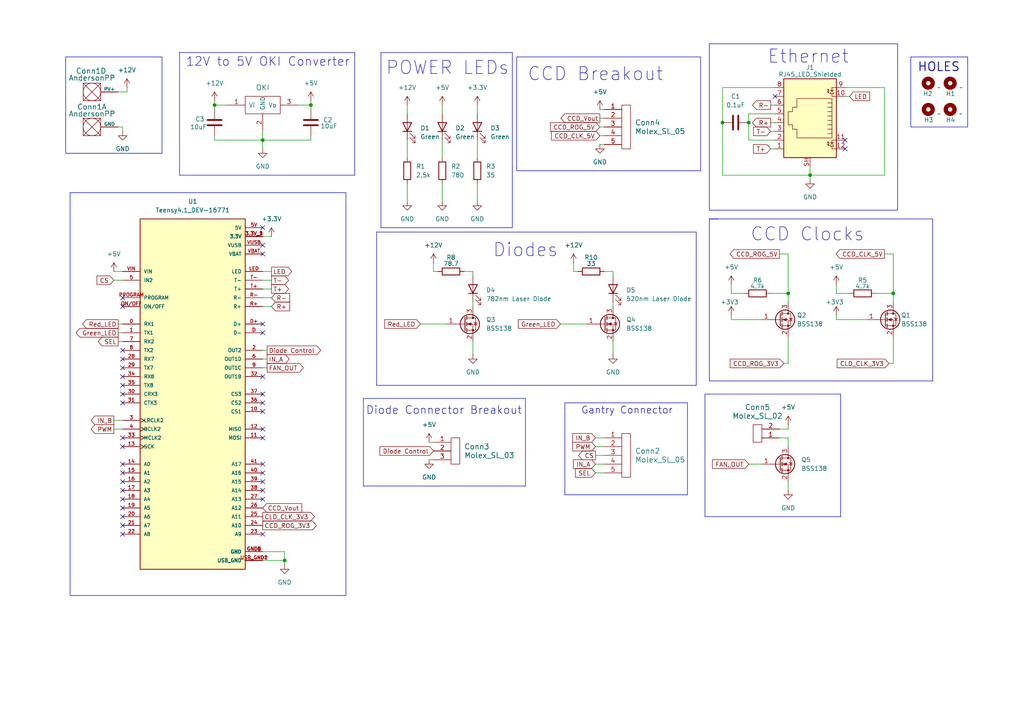
<source format=kicad_sch>
(kicad_sch (version 20231120) (generator "eeschema") (generator_version "8.0")
  (paper "A4")
  (lib_symbols
    (symbol "+12V_1" (power) (pin_numbers hide) (pin_names (offset 0) hide)
      (property "Value" "+12V" (at 0 3.556 0))
      (symbol "+12V_1_0_1"
        (polyline (pts (xy -0.762 1.27) (xy 0 2.54)))
        (polyline (pts (xy 0 0) (xy 0 2.54)))
        (polyline (pts (xy 0 2.54) (xy 0.762 1.27)))
      )
      (symbol "+12V_1_1_1"
        (pin power_in line (at 0 0 90) (length 0) (name "~") (number "1"))
      )
    )
    (symbol "+12V_2" (power) (pin_numbers hide) (pin_names (offset 0) hide)
      (property "Value" "+12V" (at 0 3.556 0))
      (symbol "+12V_2_0_1"
        (polyline (pts (xy -0.762 1.27) (xy 0 2.54)))
        (polyline (pts (xy 0 0) (xy 0 2.54)))
        (polyline (pts (xy 0 2.54) (xy 0.762 1.27)))
      )
      (symbol "+12V_2_1_1"
        (pin power_in line (at 0 0 90) (length 0) (name "~") (number "1"))
      )
    )
    (symbol "+12V_3" (power) (pin_numbers hide) (pin_names (offset 0) hide)
      (property "Value" "+12V" (at 0 3.556 0))
      (symbol "+12V_3_0_1"
        (polyline (pts (xy -0.762 1.27) (xy 0 2.54)))
        (polyline (pts (xy 0 0) (xy 0 2.54)))
        (polyline (pts (xy 0 2.54) (xy 0.762 1.27)))
      )
      (symbol "+12V_3_1_1"
        (pin power_in line (at 0 0 90) (length 0) (name "~") (number "1"))
      )
    )
    (symbol "Connector:RJ45_LED_Shielded" (pin_names (offset 1.016))
      (property "Reference" "J" (at -5.08 13.97 0))
      (property "Value" "RJ45_LED_Shielded" (at 1.27 13.97 0))
      (symbol "RJ45_LED_Shielded_0_1"
        (polyline (pts (xy -7.62 -7.62) (xy -6.35 -7.62)))
        (polyline (pts (xy -7.62 -5.08) (xy -6.35 -5.08)))
        (polyline (pts (xy -7.62 7.62) (xy -6.35 7.62)))
        (polyline (pts (xy -7.62 10.16) (xy -6.35 10.16)))
        (polyline (pts (xy -6.858 -5.842) (xy -5.842 -5.842)))
        (polyline (pts (xy -6.858 9.398) (xy -5.842 9.398)))
        (polyline (pts (xy -6.35 -7.62) (xy -6.35 -6.858)))
        (polyline (pts (xy -6.35 -5.08) (xy -6.35 -5.842)))
        (polyline (pts (xy -6.35 7.62) (xy -6.35 8.382)))
        (polyline (pts (xy -6.35 10.16) (xy -6.35 9.398)))
        (polyline (pts (xy -5.08 -6.223) (xy -5.207 -6.604)))
        (polyline (pts (xy -5.08 -5.588) (xy -5.207 -5.969)))
        (polyline (pts (xy -5.08 4.445) (xy -6.35 4.445)))
        (polyline (pts (xy -5.08 5.715) (xy -6.35 5.715)))
        (polyline (pts (xy -5.08 9.017) (xy -5.207 8.636)))
        (polyline (pts (xy -5.08 9.652) (xy -5.207 9.271)))
        (polyline (pts (xy -6.35 -3.175) (xy -5.08 -3.175) (xy -5.08 -3.175)))
        (polyline (pts (xy -6.35 -1.905) (xy -5.08 -1.905) (xy -5.08 -1.905)))
        (polyline (pts (xy -6.35 -0.635) (xy -5.08 -0.635) (xy -5.08 -0.635)))
        (polyline (pts (xy -6.35 0.635) (xy -5.08 0.635) (xy -5.08 0.635)))
        (polyline (pts (xy -6.35 1.905) (xy -5.08 1.905) (xy -5.08 1.905)))
        (polyline (pts (xy -5.588 -6.731) (xy -5.08 -6.223) (xy -5.461 -6.35)))
        (polyline (pts (xy -5.588 -6.096) (xy -5.08 -5.588) (xy -5.461 -5.715)))
        (polyline (pts (xy -5.588 8.509) (xy -5.08 9.017) (xy -5.461 8.89)))
        (polyline (pts (xy -5.588 9.144) (xy -5.08 9.652) (xy -5.461 9.525)))
        (polyline (pts (xy -5.08 3.175) (xy -6.35 3.175) (xy -6.35 3.175)))
        (polyline (pts (xy -6.35 -5.842) (xy -6.858 -6.858) (xy -5.842 -6.858) (xy -6.35 -5.842)))
        (polyline (pts (xy -6.35 9.398) (xy -6.858 8.382) (xy -5.842 8.382) (xy -6.35 9.398)))
        (polyline (pts (xy -6.35 -4.445) (xy -6.35 6.985) (xy 3.81 6.985) (xy 3.81 4.445) (xy 5.08 4.445) (xy 5.08 3.175) (xy 6.35 3.175) (xy 6.35 -0.635) (xy 5.08 -0.635) (xy 5.08 -1.905) (xy 3.81 -1.905) (xy 3.81 -4.445) (xy -6.35 -4.445) (xy -6.35 -4.445)))
        (rectangle (start 7.62 12.7) (end -7.62 -10.16) (stroke (width 0.254)) (fill (type background)))
      )
      (symbol "RJ45_LED_Shielded_1_1"
        (pin passive line (at 10.16 -7.62 180) (length 2.54) (name "~") (number "1"))
        (pin passive line (at -10.16 7.62 0) (length 2.54) (name "~") (number "10"))
        (pin passive line (at -10.16 -5.08 0) (length 2.54) (name "~") (number "11"))
        (pin passive line (at -10.16 -7.62 0) (length 2.54) (name "~") (number "12"))
        (pin passive line (at 10.16 -5.08 180) (length 2.54) (name "~") (number "2"))
        (pin passive line (at 10.16 -2.54 180) (length 2.54) (name "~") (number "3"))
        (pin passive line (at 10.16 0 180) (length 2.54) (name "~") (number "4"))
        (pin passive line (at 10.16 2.54 180) (length 2.54) (name "~") (number "5"))
        (pin passive line (at 10.16 5.08 180) (length 2.54) (name "~") (number "6"))
        (pin passive line (at 10.16 7.62 180) (length 2.54) (name "~") (number "7"))
        (pin passive line (at 10.16 10.16 180) (length 2.54) (name "~") (number "8"))
        (pin passive line (at -10.16 10.16 0) (length 2.54) (name "~") (number "9"))
        (pin passive line (at 0 -12.7 90) (length 2.54) (name "~") (number "SH"))
      )
    )
    (symbol "Device:C" (pin_numbers hide) (pin_names (offset 0.254))
      (property "Reference" "C" (at 0.635 2.54 0))
      (property "Value" "C" (at 0.635 -2.54 0))
      (symbol "C_0_1"
        (polyline (pts (xy -2.032 -0.762) (xy 2.032 -0.762)) (stroke (width 0.508)))
        (polyline (pts (xy -2.032 0.762) (xy 2.032 0.762)) (stroke (width 0.508)))
      )
      (symbol "C_1_1"
        (pin passive line (at 0 3.81 270) (length 2.794) (name "~") (number "1"))
        (pin passive line (at 0 -3.81 90) (length 2.794) (name "~") (number "2"))
      )
    )
    (symbol "Device:LED" (pin_numbers hide) (pin_names (offset 1.016) hide)
      (property "Reference" "D" (at 0 2.54 0))
      (property "Value" "LED" (at 0 -2.54 0))
      (symbol "LED_0_1"
        (polyline (pts (xy -1.27 -1.27) (xy -1.27 1.27)) (stroke (width 0.254)))
        (polyline (pts (xy -1.27 0) (xy 1.27 0)))
        (polyline (pts (xy 1.27 -1.27) (xy 1.27 1.27) (xy -1.27 0) (xy 1.27 -1.27)) (stroke (width 0.254)))
        (polyline (pts (xy -3.048 -0.762) (xy -4.572 -2.286) (xy -3.81 -2.286) (xy -4.572 -2.286) (xy -4.572 -1.524)))
        (polyline (pts (xy -1.778 -0.762) (xy -3.302 -2.286) (xy -2.54 -2.286) (xy -3.302 -2.286) (xy -3.302 -1.524)))
      )
      (symbol "LED_1_1"
        (pin passive line (at -3.81 0 0) (length 2.54) (name "K") (number "1"))
        (pin passive line (at 3.81 0 180) (length 2.54) (name "A") (number "2"))
      )
    )
    (symbol "Device:R" (pin_numbers hide) (pin_names (offset 0))
      (property "Reference" "R" (at 2.032 0 90))
      (property "Value" "R" (at 0 0 90))
      (symbol "R_0_1"
        (rectangle (start -1.016 -2.54) (end 1.016 2.54) (stroke (width 0.254)))
      )
      (symbol "R_1_1"
        (pin passive line (at 0 3.81 270) (length 1.27) (name "~") (number "1"))
        (pin passive line (at 0 -3.81 90) (length 1.27) (name "~") (number "2"))
      )
    )
    (symbol "GND_1" (power) (pin_numbers hide) (pin_names (offset 0) hide)
      (property "Value" "GND" (at 0 -3.81 0))
      (symbol "GND_1_0_1"
        (polyline (pts (xy 0 0) (xy 0 -1.27) (xy 1.27 -1.27) (xy 0 -2.54) (xy -1.27 -1.27) (xy 0 -1.27)))
      )
      (symbol "GND_1_1_1"
        (pin power_in line (at 0 0 270) (length 0) (name "~") (number "1"))
      )
    )
    (symbol "GND_2" (power) (pin_numbers hide) (pin_names (offset 0) hide)
      (property "Value" "GND" (at 0 -3.81 0))
      (symbol "GND_2_0_1"
        (polyline (pts (xy 0 0) (xy 0 -1.27) (xy 1.27 -1.27) (xy 0 -2.54) (xy -1.27 -1.27) (xy 0 -1.27)))
      )
      (symbol "GND_2_1_1"
        (pin power_in line (at 0 0 270) (length 0) (name "~") (number "1"))
      )
    )
    (symbol "GND_3" (power) (pin_numbers hide) (pin_names (offset 0) hide)
      (property "Value" "GND" (at 0 -3.81 0))
      (symbol "GND_3_0_1"
        (polyline (pts (xy 0 0) (xy 0 -1.27) (xy 1.27 -1.27) (xy 0 -2.54) (xy -1.27 -1.27) (xy 0 -1.27)))
      )
      (symbol "GND_3_1_1"
        (pin power_in line (at 0 0 270) (length 0) (name "~") (number "1"))
      )
    )
    (symbol "GND_4" (power) (pin_numbers hide) (pin_names (offset 0) hide)
      (property "Value" "GND" (at 0 -3.81 0))
      (symbol "GND_4_0_1"
        (polyline (pts (xy 0 0) (xy 0 -1.27) (xy 1.27 -1.27) (xy 0 -2.54) (xy -1.27 -1.27) (xy 0 -1.27)))
      )
      (symbol "GND_4_1_1"
        (pin power_in line (at 0 0 270) (length 0) (name "~") (number "1"))
      )
    )
    (symbol "MRDT_Connectors:AndersonPP" (pin_numbers hide) (pin_names (offset 0))
      (property "Reference" "Conn" (at 3.81 -1.27 0))
      (property "Value" "AndersonPP" (at 2.54 6.35 0))
      (symbol "AndersonPP_0_1"
        (polyline (pts (xy 0 5.08) (xy 5.08 0)))
        (polyline (pts (xy 5.08 5.08) (xy 0 0)))
        (rectangle (start 0 0) (end 5.08 5.08))
        (circle (center 2.54 2.54) (radius 2.54))
      )
      (symbol "AndersonPP_1_1"
        (pin input line (at 10.16 2.54 180) (length 5.08) (name "GND") (number "1"))
      )
      (symbol "AndersonPP_2_1"
        (pin input line (at 10.16 2.54 180) (length 5.08) (name "V+Log") (number "2"))
      )
      (symbol "AndersonPP_3_1"
        (pin input line (at 10.16 2.54 180) (length 5.08) (name "V+Act") (number "3"))
      )
      (symbol "AndersonPP_4_1"
        (pin input line (at 10.16 2.54 180) (length 5.08) (name "PV+") (number "4"))
      )
      (symbol "AndersonPP_5_1"
        (pin input line (at 10.16 2.54 180) (length 5.08) (name "~") (number "1"))
      )
    )
    (symbol "MRDT_Connectors:Molex_SL_02" (pin_names (offset 1.016))
      (property "Reference" "Conn" (at 3.81 -1.27 0))
      (property "Value" "Molex_SL_02" (at 1.27 6.35 0))
      (symbol "Molex_SL_02_0_1"
        (rectangle (start 0 5.08) (end 2.54 0))
      )
      (symbol "Molex_SL_02_1_1"
        (pin input line (at -5.08 3.81 0) (length 5.08) (name "~") (number "1"))
        (pin input line (at -5.08 1.27 0) (length 5.08) (name "~") (number "2"))
      )
    )
    (symbol "MRDT_Connectors:Molex_SL_03" (pin_names (offset 1.016))
      (property "Reference" "Conn" (at 3.81 -1.27 0))
      (property "Value" "Molex_SL_03" (at 1.27 8.89 0))
      (symbol "Molex_SL_03_0_1"
        (rectangle (start 0 7.62) (end 2.54 0))
      )
      (symbol "Molex_SL_03_1_1"
        (pin input line (at -5.08 6.35 0) (length 5.08) (name "~") (number "1"))
        (pin input line (at -5.08 3.81 0) (length 5.08) (name "~") (number "2"))
        (pin input line (at -5.08 1.27 0) (length 5.08) (name "~") (number "3"))
      )
    )
    (symbol "MRDT_Connectors:Molex_SL_05" (pin_names (offset 1.016))
      (property "Reference" "Conn" (at 3.81 -1.27 0))
      (property "Value" "Molex_SL_05" (at 1.27 13.97 0))
      (symbol "Molex_SL_05_0_1"
        (rectangle (start 0 12.7) (end 2.54 0))
      )
      (symbol "Molex_SL_05_1_1"
        (pin input line (at -5.08 11.43 0) (length 5.08) (name "~") (number "1"))
        (pin input line (at -5.08 8.89 0) (length 5.08) (name "~") (number "2"))
        (pin input line (at -5.08 6.35 0) (length 5.08) (name "~") (number "3"))
        (pin input line (at -5.08 3.81 0) (length 5.08) (name "~") (number "4"))
        (pin input line (at -5.08 1.27 0) (length 5.08) (name "~") (number "5"))
      )
    )
    (symbol "MRDT_Devices:OKI" (pin_names (offset 1.016))
      (property "Value" "OKI" (at 5.08 6.35 0))
      (symbol "OKI_0_1"
        (rectangle (start 0 0) (end 10.16 5.08))
      )
      (symbol "OKI_1_1"
        (pin input line (at -5.08 2.54 0) (length 5.08) (name "Vi") (number "1"))
        (pin output line (at 5.08 -5.08 90) (length 5.08) (name "GND") (number "2"))
        (pin output line (at 15.24 2.54 180) (length 5.08) (name "Vo") (number "3"))
      )
    )
    (symbol "MRDT_Shields:Teensy4.1_DEV-16771" (pin_names (offset 1.016))
      (property "Reference" "U" (at -15.24 52.07 0))
      (property "Value" "Teensy4.1_DEV-16771" (at -15.24 -53.34 0))
      (symbol "Teensy4.1_DEV-16771_0_0"
        (rectangle (start -15.24 -50.8) (end 15.24 50.8) (stroke (width 0.254)) (fill (type background)))
        (pin bidirectional line (at -20.32 20.32 0) (length 5.08) (name "RX1") (number "0"))
        (pin bidirectional line (at -20.32 17.78 0) (length 5.08) (name "TX1") (number "1"))
        (pin bidirectional line (at 20.32 -5.08 180) (length 5.08) (name "CS1") (number "10"))
        (pin bidirectional line (at 20.32 -12.7 180) (length 5.08) (name "MOSI") (number "11"))
        (pin bidirectional line (at 20.32 -10.16 180) (length 5.08) (name "MISO") (number "12"))
        (pin bidirectional clock (at -20.32 -15.24 0) (length 5.08) (name "SCK") (number "13"))
        (pin bidirectional line (at -20.32 -20.32 0) (length 5.08) (name "A0") (number "14"))
        (pin bidirectional line (at -20.32 -22.86 0) (length 5.08) (name "A1") (number "15"))
        (pin bidirectional line (at -20.32 -25.4 0) (length 5.08) (name "A2") (number "16"))
        (pin bidirectional line (at -20.32 -27.94 0) (length 5.08) (name "A3") (number "17"))
        (pin bidirectional line (at -20.32 -30.48 0) (length 5.08) (name "A4") (number "18"))
        (pin bidirectional line (at -20.32 -33.02 0) (length 5.08) (name "A5") (number "19"))
        (pin output line (at 20.32 12.7 180) (length 5.08) (name "OUT2") (number "2"))
        (pin bidirectional line (at -20.32 -35.56 0) (length 5.08) (name "A6") (number "20"))
        (pin bidirectional line (at -20.32 -38.1 0) (length 5.08) (name "A7") (number "21"))
        (pin bidirectional line (at -20.32 -40.64 0) (length 5.08) (name "A8") (number "22"))
        (pin bidirectional line (at 20.32 -40.64 180) (length 5.08) (name "A9") (number "23"))
        (pin bidirectional line (at 20.32 -38.1 180) (length 5.08) (name "A10") (number "24"))
        (pin bidirectional line (at 20.32 -35.56 180) (length 5.08) (name "A11") (number "25"))
        (pin bidirectional line (at 20.32 -33.02 180) (length 5.08) (name "A12") (number "26"))
        (pin bidirectional line (at 20.32 -30.48 180) (length 5.08) (name "A13") (number "27"))
        (pin bidirectional line (at -20.32 10.16 0) (length 5.08) (name "RX7") (number "28"))
        (pin bidirectional line (at -20.32 7.62 0) (length 5.08) (name "TX7") (number "29"))
        (pin bidirectional clock (at -20.32 -7.62 0) (length 5.08) (name "LRCLK2") (number "3"))
        (pin power_in line (at 20.32 45.72 180) (length 5.08) (name "3.3V") (number "3.3V_1"))
        (pin power_in line (at 20.32 45.72 180) (length 5.08) (name "3.3V") (number "3.3V_2"))
        (pin power_in line (at 20.32 45.72 180) (length 5.08) (name "3.3V") (number "3.3V_3"))
        (pin bidirectional line (at -20.32 0 0) (length 5.08) (name "CRX3") (number "30"))
        (pin bidirectional line (at -20.32 -2.54 0) (length 5.08) (name "CTX3") (number "31"))
        (pin output line (at 20.32 5.08 180) (length 5.08) (name "OUT1B") (number "32"))
        (pin bidirectional clock (at -20.32 -12.7 0) (length 5.08) (name "MCLK2") (number "33"))
        (pin bidirectional line (at -20.32 5.08 0) (length 5.08) (name "RX8") (number "34"))
        (pin bidirectional line (at -20.32 2.54 0) (length 5.08) (name "TX8") (number "35"))
        (pin bidirectional line (at 20.32 -2.54 180) (length 5.08) (name "CS2") (number "36"))
        (pin bidirectional line (at 20.32 0 180) (length 5.08) (name "CS3") (number "37"))
        (pin bidirectional line (at 20.32 -27.94 180) (length 5.08) (name "A14") (number "38"))
        (pin bidirectional line (at 20.32 -25.4 180) (length 5.08) (name "A15") (number "39"))
        (pin bidirectional clock (at -20.32 -10.16 0) (length 5.08) (name "BCLK2") (number "4"))
        (pin bidirectional line (at 20.32 -22.86 180) (length 5.08) (name "A16") (number "40"))
        (pin bidirectional line (at 20.32 -20.32 180) (length 5.08) (name "A17") (number "41"))
        (pin bidirectional line (at -20.32 33.02 0) (length 5.08) (name "IN2") (number "5"))
        (pin power_in line (at 20.32 48.26 180) (length 5.08) (name "5V") (number "5V"))
        (pin output line (at 20.32 10.16 180) (length 5.08) (name "OUT1D") (number "6"))
        (pin bidirectional line (at -20.32 15.24 0) (length 5.08) (name "RX2") (number "7"))
        (pin bidirectional line (at -20.32 12.7 0) (length 5.08) (name "TX2") (number "8"))
        (pin output line (at 20.32 7.62 180) (length 5.08) (name "OUT1C") (number "9"))
        (pin bidirectional line (at 20.32 17.78 180) (length 5.08) (name "D-") (number "D"))
        (pin bidirectional line (at 20.32 20.32 180) (length 5.08) (name "D+") (number "D+"))
        (pin power_in line (at 20.32 -45.72 180) (length 5.08) (name "GND") (number "GND1"))
        (pin power_in line (at 20.32 -45.72 180) (length 5.08) (name "GND") (number "GND2"))
        (pin power_in line (at 20.32 -45.72 180) (length 5.08) (name "GND") (number "GND3"))
        (pin power_in line (at 20.32 -45.72 180) (length 5.08) (name "GND") (number "GND4"))
        (pin power_in line (at 20.32 -45.72 180) (length 5.08) (name "GND") (number "GND5"))
        (pin bidirectional line (at 20.32 35.56 180) (length 5.08) (name "LED") (number "LED"))
        (pin bidirectional line (at -20.32 25.4 0) (length 5.08) (name "ON/OFF") (number "ON/OFF"))
        (pin bidirectional line (at -20.32 27.94 0) (length 5.08) (name "PROGRAM") (number "PROGRAM"))
        (pin bidirectional line (at 20.32 25.4 180) (length 5.08) (name "R+") (number "R+"))
        (pin bidirectional line (at 20.32 27.94 180) (length 5.08) (name "R-") (number "R-"))
        (pin bidirectional line (at 20.32 30.48 180) (length 5.08) (name "T+") (number "T+"))
        (pin bidirectional line (at 20.32 33.02 180) (length 5.08) (name "T-") (number "T-"))
        (pin power_in line (at 20.32 -48.26 180) (length 5.08) (name "USB_GND") (number "USB_GND1"))
        (pin power_in line (at 20.32 -48.26 180) (length 5.08) (name "USB_GND") (number "USB_GND2"))
        (pin passive line (at 20.32 40.64 180) (length 5.08) (name "VBAT") (number "VBAT"))
        (pin input line (at -20.32 35.56 0) (length 5.08) (name "VIN") (number "VIN"))
        (pin passive line (at 20.32 43.18 180) (length 5.08) (name "VUSB") (number "VUSB"))
      )
    )
    (symbol "Mechanical:MountingHole" (pin_names (offset 1.016)) (exclude_from_sim yes) (in_bom no)
      (property "Reference" "H" (at 0 5.08 0))
      (property "Value" "MountingHole" (at 0 3.175 0))
      (symbol "MountingHole_0_1"
        (circle (center 0 0) (radius 1.27) (stroke (width 1.27)))
      )
    )
    (symbol "Molex_SL_05_1" (pin_names (offset 1.016))
      (property "Reference" "Conn" (at 3.81 -1.27 0))
      (property "Value" "Molex_SL_05" (at 1.27 13.97 0))
      (symbol "Molex_SL_05_1_0_1"
        (rectangle (start 0 12.7) (end 2.54 0))
      )
      (symbol "Molex_SL_05_1_1_1"
        (pin input line (at -5.08 11.43 0) (length 5.08) (name "~") (number "1"))
        (pin input line (at -5.08 8.89 0) (length 5.08) (name "~") (number "2"))
        (pin input line (at -5.08 6.35 0) (length 5.08) (name "~") (number "3"))
        (pin input line (at -5.08 3.81 0) (length 5.08) (name "~") (number "4"))
        (pin input line (at -5.08 1.27 0) (length 5.08) (name "~") (number "5"))
      )
    )
    (symbol "Transistor_FET:BSS138" (pin_names hide)
      (property "Reference" "Q" (at 5.08 1.905 0))
      (property "Value" "BSS138" (at 5.08 0 0))
      (symbol "BSS138_0_1"
        (polyline (pts (xy 0.254 0) (xy -2.54 0)))
        (polyline (pts (xy 0.254 1.905) (xy 0.254 -1.905)) (stroke (width 0.254)))
        (polyline (pts (xy 0.762 -1.27) (xy 0.762 -2.286)) (stroke (width 0.254)))
        (polyline (pts (xy 0.762 0.508) (xy 0.762 -0.508)) (stroke (width 0.254)))
        (polyline (pts (xy 0.762 2.286) (xy 0.762 1.27)) (stroke (width 0.254)))
        (polyline (pts (xy 2.54 2.54) (xy 2.54 1.778)))
        (polyline (pts (xy 2.54 -2.54) (xy 2.54 0) (xy 0.762 0)))
        (polyline (pts (xy 0.762 -1.778) (xy 3.302 -1.778) (xy 3.302 1.778) (xy 0.762 1.778)))
        (polyline (pts (xy 1.016 0) (xy 2.032 0.381) (xy 2.032 -0.381) (xy 1.016 0)) (fill (type outline)))
        (polyline (pts (xy 2.794 0.508) (xy 2.921 0.381) (xy 3.683 0.381) (xy 3.81 0.254)))
        (polyline (pts (xy 3.302 0.381) (xy 2.921 -0.254) (xy 3.683 -0.254) (xy 3.302 0.381)))
        (circle (center 1.651 0) (radius 2.794) (stroke (width 0.254)))
        (circle (center 2.54 -1.778) (radius 0.254) (fill (type outline)))
        (circle (center 2.54 1.778) (radius 0.254) (fill (type outline)))
      )
      (symbol "BSS138_1_1"
        (pin input line (at -5.08 0 0) (length 2.54) (name "G") (number "1"))
        (pin passive line (at 2.54 -5.08 90) (length 2.54) (name "S") (number "2"))
        (pin passive line (at 2.54 5.08 270) (length 2.54) (name "D") (number "3"))
      )
    )
    (symbol "power:+12V" (power) (pin_names (offset 0))
      (property "Value" "+12V" (at 0 3.556 0))
      (symbol "+12V_0_1"
        (polyline (pts (xy -0.762 1.27) (xy 0 2.54)))
        (polyline (pts (xy 0 0) (xy 0 2.54)))
        (polyline (pts (xy 0 2.54) (xy 0.762 1.27)))
      )
      (symbol "+12V_1_1"
        (pin power_in line (at 0 0 90) (length 0) hide (name "+12V") (number "1"))
      )
    )
    (symbol "power:+3.3V" (power) (pin_numbers hide) (pin_names (offset 0) hide)
      (property "Value" "+3.3V" (at 0 3.556 0))
      (symbol "+3.3V_0_1"
        (polyline (pts (xy -0.762 1.27) (xy 0 2.54)))
        (polyline (pts (xy 0 0) (xy 0 2.54)))
        (polyline (pts (xy 0 2.54) (xy 0.762 1.27)))
      )
      (symbol "+3.3V_1_1"
        (pin power_in line (at 0 0 90) (length 0) (name "~") (number "1"))
      )
    )
    (symbol "power:+3V3" (power) (pin_numbers hide) (pin_names (offset 0) hide)
      (property "Value" "+3V3" (at 0 3.556 0))
      (symbol "+3V3_0_1"
        (polyline (pts (xy -0.762 1.27) (xy 0 2.54)))
        (polyline (pts (xy 0 0) (xy 0 2.54)))
        (polyline (pts (xy 0 2.54) (xy 0.762 1.27)))
      )
      (symbol "+3V3_1_1"
        (pin power_in line (at 0 0 90) (length 0) (name "~") (number "1"))
      )
    )
    (symbol "power:+5V" (power) (pin_numbers hide) (pin_names (offset 0) hide)
      (property "Value" "+5V" (at 0 3.556 0))
      (symbol "+5V_0_1"
        (polyline (pts (xy -0.762 1.27) (xy 0 2.54)))
        (polyline (pts (xy 0 0) (xy 0 2.54)))
        (polyline (pts (xy 0 2.54) (xy 0.762 1.27)))
      )
      (symbol "+5V_1_1"
        (pin power_in line (at 0 0 90) (length 0) (name "~") (number "1"))
      )
    )
    (symbol "power:GND" (power) (pin_names (offset 0))
      (property "Value" "GND" (at 0 -3.81 0))
      (symbol "GND_0_1"
        (polyline (pts (xy 0 0) (xy 0 -1.27) (xy 1.27 -1.27) (xy 0 -2.54) (xy -1.27 -1.27) (xy 0 -1.27)))
      )
      (symbol "GND_1_1"
        (pin power_in line (at 0 0 270) (length 0) hide (name "GND") (number "1"))
      )
    )
  )
  (junction (at 228.6 85.09))
  (junction (at 82.55 162.56))
  (junction (at 90.17 30.48))
  (junction (at 217.17 35.56))
  (junction (at 209.55 35.56))
  (junction (at 76.2 40.64))
  (junction (at 234.95 50.8))
  (junction (at 259.08 85.09))
  (junction (at 62.23 30.48))
  (no_connect (at 76.2 96.52))
  (no_connect (at 76.2 116.84))
  (no_connect (at 245.11 43.18))
  (no_connect (at 35.56 111.76))
  (no_connect (at 245.11 40.64))
  (no_connect (at 76.2 71.12))
  (no_connect (at 35.56 154.94))
  (no_connect (at 35.56 127))
  (no_connect (at 35.56 152.4))
  (no_connect (at 224.79 27.94))
  (no_connect (at 76.2 93.98))
  (no_connect (at 35.56 106.68))
  (no_connect (at 76.2 119.38))
  (no_connect (at 35.56 129.54))
  (no_connect (at 35.56 142.24))
  (no_connect (at 76.2 127))
  (no_connect (at 76.2 109.22))
  (no_connect (at 35.56 86.36))
  (no_connect (at 76.2 142.24))
  (no_connect (at 35.56 114.3))
  (no_connect (at 76.2 124.46))
  (no_connect (at 35.56 101.6))
  (no_connect (at 35.56 104.14))
  (no_connect (at 35.56 134.62))
  (no_connect (at 76.2 144.78))
  (no_connect (at 76.2 66.04))
  (no_connect (at 35.56 139.7))
  (no_connect (at 35.56 147.32))
  (no_connect (at 76.2 134.62))
  (no_connect (at 76.2 154.94))
  (no_connect (at 35.56 149.86))
  (no_connect (at 76.2 114.3))
  (no_connect (at 76.2 137.16))
  (no_connect (at 35.56 109.22))
  (no_connect (at 35.56 88.9))
  (no_connect (at 76.2 139.7))
  (no_connect (at 35.56 137.16))
  (no_connect (at 76.2 73.66))
  (no_connect (at 35.56 116.84))
  (no_connect (at 35.56 144.78))
  (wire (pts (xy 34.29 26.67) (xy 36.83 26.67)))
  (wire (pts (xy 138.43 30.48) (xy 138.43 33.02)))
  (wire (pts (xy 217.17 33.02) (xy 217.17 35.56)))
  (wire (pts (xy 76.2 106.68) (xy 77.47 106.68)))
  (wire (pts (xy 224.79 40.64) (xy 217.17 40.64)))
  (wire (pts (xy 76.2 83.82) (xy 78.74 83.82)))
  (wire (pts (xy 137.16 78.74) (xy 134.62 78.74)))
  (polyline (pts (xy 201.93 111.76) (xy 109.22 111.76)))
  (wire (pts (xy 35.56 36.83) (xy 35.56 38.1)))
  (wire (pts (xy 228.6 124.46) (xy 228.6 123.19)))
  (wire (pts (xy 172.72 134.62) (xy 175.26 134.62)))
  (wire (pts (xy 62.23 30.48) (xy 62.23 31.75)))
  (wire (pts (xy 172.72 127) (xy 175.26 127)))
  (wire (pts (xy 212.09 92.71) (xy 220.98 92.71)))
  (wire (pts (xy 128.27 30.48) (xy 128.27 33.02)))
  (wire (pts (xy 34.29 96.52) (xy 35.56 96.52)))
  (wire (pts (xy 76.2 81.28) (xy 78.74 81.28)))
  (wire (pts (xy 166.37 76.2) (xy 166.37 78.74)))
  (wire (pts (xy 137.16 87.63) (xy 137.16 88.9)))
  (wire (pts (xy 118.11 53.34) (xy 118.11 58.42)))
  (wire (pts (xy 245.11 27.94) (xy 246.38 27.94)))
  (wire (pts (xy 172.72 137.16) (xy 175.26 137.16)))
  (polyline (pts (xy 199.39 116.84) (xy 199.39 143.51)))
  (wire (pts (xy 166.37 78.74) (xy 167.64 78.74)))
  (wire (pts (xy 209.55 25.4) (xy 224.79 25.4)))
  (wire (pts (xy 90.17 29.21) (xy 90.17 30.48)))
  (wire (pts (xy 257.81 105.41) (xy 259.08 105.41)))
  (polyline (pts (xy 152.4 115.57) (xy 152.4 140.97)))
  (wire (pts (xy 223.52 43.18) (xy 224.79 43.18)))
  (wire (pts (xy 234.95 50.8) (xy 234.95 52.07)))
  (wire (pts (xy 34.29 99.06) (xy 35.56 99.06)))
  (wire (pts (xy 223.52 30.48) (xy 224.79 30.48)))
  (polyline (pts (xy 199.39 143.51) (xy 163.83 143.51)))
  (wire (pts (xy 209.55 50.8) (xy 234.95 50.8)))
  (wire (pts (xy 121.92 93.98) (xy 129.54 93.98)))
  (wire (pts (xy 259.08 85.09) (xy 259.08 73.66)))
  (wire (pts (xy 228.6 129.54) (xy 228.6 127)))
  (wire (pts (xy 177.8 87.63) (xy 177.8 88.9)))
  (wire (pts (xy 125.73 76.2) (xy 125.73 78.74)))
  (wire (pts (xy 173.99 34.29) (xy 175.26 34.29)))
  (polyline (pts (xy 148.59 15.24) (xy 148.59 66.04)))
  (wire (pts (xy 172.72 132.08) (xy 175.26 132.08)))
  (wire (pts (xy 162.56 93.98) (xy 170.18 93.98)))
  (wire (pts (xy 259.08 85.09) (xy 259.08 87.63)))
  (wire (pts (xy 227.33 105.41) (xy 228.6 105.41)))
  (wire (pts (xy 82.55 162.56) (xy 82.55 163.83)))
  (wire (pts (xy 173.99 31.75) (xy 175.26 31.75)))
  (polyline (pts (xy 52.07 50.8) (xy 52.07 15.24)))
  (wire (pts (xy 90.17 30.48) (xy 90.17 31.75)))
  (polyline (pts (xy 204.47 149.86) (xy 204.47 114.3)))
  (wire (pts (xy 138.43 53.34) (xy 138.43 58.42)))
  (polyline (pts (xy 205.74 114.3) (xy 243.84 114.3)))
  (polyline (pts (xy 270.51 63.5) (xy 270.51 110.49)))
  (polyline (pts (xy 205.74 63.5) (xy 208.28 63.5)))
  (polyline (pts (xy 152.4 140.97) (xy 105.41 140.97)))
  (wire (pts (xy 212.09 91.44) (xy 212.09 92.71)))
  (wire (pts (xy 223.52 38.1) (xy 224.79 38.1)))
  (wire (pts (xy 76.2 101.6) (xy 77.47 101.6)))
  (polyline (pts (xy 163.83 116.84) (xy 199.39 116.84)))
  (wire (pts (xy 234.95 50.8) (xy 256.54 50.8)))
  (wire (pts (xy 209.55 25.4) (xy 209.55 35.56)))
  (wire (pts (xy 173.99 36.83) (xy 175.26 36.83)))
  (polyline (pts (xy 109.22 67.31) (xy 201.93 67.31)))
  (wire (pts (xy 177.8 78.74) (xy 177.8 80.01)))
  (wire (pts (xy 209.55 35.56) (xy 209.55 50.8)))
  (wire (pts (xy 124.46 128.27) (xy 125.73 128.27)))
  (wire (pts (xy 173.99 41.91) (xy 175.26 41.91)))
  (wire (pts (xy 228.6 127) (xy 226.06 127)))
  (polyline (pts (xy 110.49 15.24) (xy 148.59 15.24)))
  (polyline (pts (xy 205.74 110.49) (xy 205.74 63.5)))
  (polyline (pts (xy 105.41 115.57) (xy 152.4 115.57)))
  (wire (pts (xy 259.08 73.66) (xy 256.54 73.66)))
  (wire (pts (xy 124.46 133.35) (xy 125.73 133.35)))
  (polyline (pts (xy 205.74 63.5) (xy 270.51 63.5)))
  (polyline (pts (xy 105.41 140.97) (xy 105.41 115.57)))
  (wire (pts (xy 128.27 40.64) (xy 128.27 45.72)))
  (wire (pts (xy 33.02 121.92) (xy 35.56 121.92)))
  (wire (pts (xy 212.09 85.09) (xy 215.9 85.09)))
  (wire (pts (xy 228.6 97.79) (xy 228.6 105.41)))
  (wire (pts (xy 128.27 53.34) (xy 128.27 58.42)))
  (polyline (pts (xy 243.84 149.86) (xy 204.47 149.86)))
  (polyline (pts (xy 102.87 15.24) (xy 102.87 50.8)))
  (wire (pts (xy 242.57 82.55) (xy 242.57 85.09)))
  (polyline (pts (xy 102.87 50.8) (xy 52.07 50.8)))
  (wire (pts (xy 256.54 25.4) (xy 256.54 50.8)))
  (wire (pts (xy 177.8 99.06) (xy 177.8 102.87)))
  (wire (pts (xy 34.29 93.98) (xy 35.56 93.98)))
  (polyline (pts (xy 163.83 116.84) (xy 163.83 143.51)))
  (wire (pts (xy 33.02 78.74) (xy 35.56 78.74)))
  (wire (pts (xy 90.17 40.64) (xy 76.2 40.64)))
  (wire (pts (xy 242.57 91.44) (xy 242.57 92.71)))
  (wire (pts (xy 76.2 104.14) (xy 77.47 104.14)))
  (wire (pts (xy 259.08 97.79) (xy 259.08 105.41)))
  (polyline (pts (xy 109.22 67.31) (xy 109.22 111.76)))
  (wire (pts (xy 137.16 99.06) (xy 137.16 102.87)))
  (polyline (pts (xy 52.07 15.24) (xy 102.87 15.24)))
  (wire (pts (xy 76.2 86.36) (xy 78.74 86.36)))
  (wire (pts (xy 76.2 162.56) (xy 82.55 162.56)))
  (polyline (pts (xy 110.49 15.24) (xy 110.49 66.04)))
  (wire (pts (xy 76.2 160.02) (xy 82.55 160.02)))
  (wire (pts (xy 228.6 73.66) (xy 226.06 73.66)))
  (wire (pts (xy 228.6 85.09) (xy 228.6 73.66)))
  (wire (pts (xy 82.55 160.02) (xy 82.55 162.56)))
  (wire (pts (xy 212.09 82.55) (xy 212.09 85.09)))
  (wire (pts (xy 173.99 39.37) (xy 175.26 39.37)))
  (wire (pts (xy 245.11 25.4) (xy 256.54 25.4)))
  (wire (pts (xy 137.16 78.74) (xy 137.16 80.01)))
  (wire (pts (xy 228.6 85.09) (xy 228.6 87.63)))
  (wire (pts (xy 76.2 68.58) (xy 78.74 68.58)))
  (polyline (pts (xy 204.47 114.3) (xy 205.74 114.3)))
  (wire (pts (xy 125.73 78.74) (xy 127 78.74)))
  (wire (pts (xy 76.2 78.74) (xy 78.74 78.74)))
  (wire (pts (xy 90.17 30.48) (xy 86.36 30.48)))
  (wire (pts (xy 224.79 33.02) (xy 217.17 33.02)))
  (wire (pts (xy 254 85.09) (xy 259.08 85.09)))
  (wire (pts (xy 33.02 81.28) (xy 35.56 81.28)))
  (polyline (pts (xy 148.59 66.04) (xy 110.49 66.04)))
  (wire (pts (xy 242.57 92.71) (xy 251.46 92.71)))
  (wire (pts (xy 76.2 38.1) (xy 76.2 40.64)))
  (polyline (pts (xy 201.93 67.31) (xy 201.93 111.76)))
  (wire (pts (xy 76.2 40.64) (xy 76.2 43.18)))
  (wire (pts (xy 36.83 26.67) (xy 36.83 25.4)))
  (wire (pts (xy 118.11 30.48) (xy 118.11 33.02)))
  (wire (pts (xy 223.52 85.09) (xy 228.6 85.09)))
  (wire (pts (xy 226.06 124.46) (xy 228.6 124.46)))
  (wire (pts (xy 242.57 85.09) (xy 246.38 85.09)))
  (polyline (pts (xy 270.51 110.49) (xy 205.74 110.49)))
  (wire (pts (xy 217.17 134.62) (xy 220.98 134.62)))
  (wire (pts (xy 177.8 78.74) (xy 175.26 78.74)))
  (wire (pts (xy 66.04 30.48) (xy 62.23 30.48)))
  (wire (pts (xy 228.6 139.7) (xy 228.6 142.24)))
  (wire (pts (xy 76.2 88.9) (xy 78.74 88.9)))
  (wire (pts (xy 90.17 39.37) (xy 90.17 40.64)))
  (wire (pts (xy 234.95 48.26) (xy 234.95 50.8)))
  (polyline (pts (xy 243.84 114.3) (xy 243.84 149.86)))
  (wire (pts (xy 33.02 124.46) (xy 35.56 124.46)))
  (wire (pts (xy 118.11 40.64) (xy 118.11 45.72)))
  (wire (pts (xy 34.29 36.83) (xy 35.56 36.83)))
  (wire (pts (xy 62.23 30.48) (xy 62.23 29.21)))
  (wire (pts (xy 217.17 35.56) (xy 217.17 40.64)))
  (wire (pts (xy 223.52 35.56) (xy 224.79 35.56)))
  (wire (pts (xy 172.72 129.54) (xy 175.26 129.54)))
  (wire (pts (xy 62.23 40.64) (xy 62.23 39.37)))
  (wire (pts (xy 138.43 40.64) (xy 138.43 45.72)))
  (wire (pts (xy 76.2 40.64) (xy 62.23 40.64)))
  (rectangle (start 20.32 55.88) (end 100.33 172.72))
  (rectangle (start 264.16 16.51) (end 280.67 36.83))
  (rectangle (start 149.86 16.51) (end 203.2 49.53))
  (rectangle (start 205.74 12.7) (end 260.35 60.96))
  (rectangle (start 19.05 16.51) (end 46.99 44.45))
  (text "CCD Clocks" (at 234.188 68.072 0) (effects (font (size 3.81 3.81))))
  (text "HOLES" (at 272.288 19.558 0) (effects (font (size 2.54 2.54) (thickness 0.254) (bold yes))))
  (text "Ethernet\n" (at 234.442 16.51 0) (effects (font (size 3.81 3.81))))
  (text "12V to 5V OKI Converter" (at 77.724 18.034 0) (effects (font (size 2.54 2.54))))
  (text "CCD Breakout" (at 172.72 21.59 0) (effects (font (size 3.81 3.81))))
  (text "Gantry Connector" (at 181.864 119.126 0) (effects (font (size 2.032 2.032))))
  (text "Diodes\n" (at 152.4 72.644 0) (effects (font (size 3.81 3.81))))
  (text "Diode Connector Breakout" (at 128.778 119.126 0) (effects (font (size 2.286 2.286))))
  (text "POWER LEDs" (at 129.794 19.812 0) (effects (font (size 3.81 3.81))))
  (global_label "LED" (shape output) (at 78.74 78.74 0) (property "Intersheetrefs" "${INTERSHEET_REFS}" (effects (hide yes))))
  (global_label "CS" (shape output) (at 172.72 132.08 180) (property "Intersheetrefs" "${INTERSHEET_REFS}" (effects (hide yes))))
  (global_label "T-" (shape output) (at 78.74 81.28 0) (property "Intersheetrefs" "${INTERSHEET_REFS}" (effects (hide yes))))
  (global_label "IN_A" (shape output) (at 77.47 104.14 0) (property "Intersheetrefs" "${INTERSHEET_REFS}" (effects (hide yes))))
  (global_label "T+" (shape output) (at 78.74 83.82 0) (property "Intersheetrefs" "${INTERSHEET_REFS}" (effects (hide yes))))
  (global_label "Diode Control" (shape output) (at 77.47 101.6 0) (property "Intersheetrefs" "${INTERSHEET_REFS}" (effects (hide yes))))
  (global_label "R+" (shape input) (at 78.74 88.9 0) (property "Intersheetrefs" "${INTERSHEET_REFS}" (effects (hide yes))))
  (global_label "PWM" (shape input) (at 172.72 129.54 180) (property "Intersheetrefs" "${INTERSHEET_REFS}" (effects (hide yes))))
  (global_label "CCD_CLK_5V" (shape input) (at 173.99 39.37 180) (property "Intersheetrefs" "${INTERSHEET_REFS}" (effects (hide yes))))
  (global_label "IN_B" (shape output) (at 33.02 121.92 180) (property "Intersheetrefs" "${INTERSHEET_REFS}" (effects (hide yes))))
  (global_label "LED" (shape input) (at 246.38 27.94 0) (property "Intersheetrefs" "${INTERSHEET_REFS}" (effects (hide yes))))
  (global_label "R-" (shape output) (at 223.52 30.48 180) (property "Intersheetrefs" "${INTERSHEET_REFS}" (effects (hide yes))))
  (global_label "CCD_ROG_3V3" (shape output) (at 76.2 152.4 0) (property "Intersheetrefs" "${INTERSHEET_REFS}" (effects (hide yes))))
  (global_label "FAN_OUT" (shape output) (at 77.47 106.68 0) (property "Intersheetrefs" "${INTERSHEET_REFS}" (effects (hide yes))))
  (global_label "R-" (shape input) (at 78.74 86.36 0) (property "Intersheetrefs" "${INTERSHEET_REFS}" (effects (hide yes))))
  (global_label "SEL" (shape output) (at 34.29 99.06 180) (property "Intersheetrefs" "${INTERSHEET_REFS}" (effects (hide yes))))
  (global_label "Diode Control" (shape input) (at 125.73 130.81 180) (property "Intersheetrefs" "${INTERSHEET_REFS}" (effects (hide yes))))
  (global_label "CLD_CLK_3V3" (shape output) (at 76.2 149.86 0) (property "Intersheetrefs" "${INTERSHEET_REFS}" (effects (hide yes))))
  (global_label "R+" (shape output) (at 223.52 35.56 180) (property "Intersheetrefs" "${INTERSHEET_REFS}" (effects (hide yes))))
  (global_label "CCD_ROG_3V3" (shape input) (at 227.33 105.41 180) (property "Intersheetrefs" "${INTERSHEET_REFS}" (effects (hide yes))))
  (global_label "IN_B" (shape input) (at 172.72 127 180) (property "Intersheetrefs" "${INTERSHEET_REFS}" (effects (hide yes))))
  (global_label "Red_LED" (shape output) (at 34.29 93.98 180) (property "Intersheetrefs" "${INTERSHEET_REFS}" (effects (hide yes))))
  (global_label "FAN_OUT" (shape input) (at 217.17 134.62 180) (property "Intersheetrefs" "${INTERSHEET_REFS}" (effects (hide yes))))
  (global_label "CCD_ROG_5V" (shape output) (at 226.06 73.66 180) (property "Intersheetrefs" "${INTERSHEET_REFS}" (effects (hide yes))))
  (global_label "CCD_CLK_5V" (shape output) (at 256.54 73.66 180) (property "Intersheetrefs" "${INTERSHEET_REFS}" (effects (hide yes))))
  (global_label "Green_LED" (shape input) (at 162.56 93.98 180) (property "Intersheetrefs" "${INTERSHEET_REFS}" (effects (hide yes))))
  (global_label "SEL" (shape input) (at 172.72 137.16 180) (property "Intersheetrefs" "${INTERSHEET_REFS}" (effects (hide yes))))
  (global_label "T-" (shape input) (at 223.52 38.1 180) (property "Intersheetrefs" "${INTERSHEET_REFS}" (effects (hide yes))))
  (global_label "Red_LED" (shape input) (at 121.92 93.98 180) (property "Intersheetrefs" "${INTERSHEET_REFS}" (effects (hide yes))))
  (global_label "CCD_Vout" (shape output) (at 173.99 34.29 180) (property "Intersheetrefs" "${INTERSHEET_REFS}" (effects (hide yes))))
  (global_label "IN_A" (shape input) (at 172.72 134.62 180) (property "Intersheetrefs" "${INTERSHEET_REFS}" (effects (hide yes))))
  (global_label "Green_LED" (shape output) (at 34.29 96.52 180) (property "Intersheetrefs" "${INTERSHEET_REFS}" (effects (hide yes))))
  (global_label "CCD_ROG_5V" (shape input) (at 173.99 36.83 180) (property "Intersheetrefs" "${INTERSHEET_REFS}" (effects (hide yes))))
  (global_label "CLD_CLK_3V3" (shape input) (at 257.81 105.41 180) (property "Intersheetrefs" "${INTERSHEET_REFS}" (effects (hide yes))))
  (global_label "PWM" (shape output) (at 33.02 124.46 180) (property "Intersheetrefs" "${INTERSHEET_REFS}" (effects (hide yes))))
  (global_label "CS" (shape input) (at 33.02 81.28 180) (property "Intersheetrefs" "${INTERSHEET_REFS}" (effects (hide yes))))
  (global_label "CCD_Vout" (shape input) (at 76.2 147.32 0) (property "Intersheetrefs" "${INTERSHEET_REFS}" (effects (hide yes))))
  (global_label "T+" (shape input) (at 223.52 43.18 180) (property "Intersheetrefs" "${INTERSHEET_REFS}" (effects (hide yes))))
  (symbol (lib_id "power:+3V3") (at 242.57 91.44 0) (unit 1)
    (property "Reference" "#PWR020" (effects (hide yes)))
    (property "Value" "+3V3" (at 242.062 87.63 0))
    (property "Description" "Power symbol creates a global label with name \"+3V3\"" (effects (hide yes)))
  )
  (symbol (lib_id "power:+5V") (at 128.27 30.48 0) (unit 1)
    (property "Reference" "#PWR013" (effects (hide yes)))
    (property "Value" "+5V" (at 128.27 25.4 0))
    (property "Description" "Power symbol creates a global label with name \"+5V\"" (effects (hide yes)))
  )
  (symbol (lib_name "GND_2") (lib_id "power:GND") (at 76.2 43.18 0) (unit 1)
    (property "Reference" "#PWR025" (effects (hide yes)))
    (property "Value" "GND" (at 76.2 48.26 0))
    (property "Description" "Power symbol creates a global label with name \"GND\" , ground" (effects (hide yes)))
  )
  (symbol (lib_id "power:+5V") (at 228.6 123.19 0) (unit 1)
    (property "Reference" "#PWR05" (effects (hide yes)))
    (property "Value" "+5V" (at 228.6 118.11 0))
    (property "Description" "Power symbol creates a global label with name \"+5V\"" (effects (hide yes)))
  )
  (symbol (lib_id "power:+5V") (at 90.17 29.21 0) (unit 1)
    (property "Reference" "#PWR024" (effects (hide yes)))
    (property "Value" "+5V" (at 90.17 24.13 0))
    (property "Description" "Power symbol creates a global label with name \"+5V\"" (effects (hide yes)))
  )
  (symbol (lib_id "MRDT_Devices:OKI") (at 71.12 33.02 0) (unit 1)
    (property "Reference" "U2" (effects (hide yes)))
    (property "Value" "OKI" (at 76.2 25.4 0) (effects (font (size 1.524 1.524))))
    (property "Description" "DC/DC Buck Converter" (effects (hide yes)))
  )
  (symbol (lib_id "Device:R") (at 171.45 78.74 90) (unit 1)
    (property "Reference" "R10" (at 171.45 74.676 90))
    (property "Value" "33" (at 171.45 76.454 90))
    (property "Description" "Resistor" (effects (hide yes)))
  )
  (symbol (lib_id "power:GND") (at 124.46 133.35 0) (unit 1)
    (property "Reference" "#PWR07" (effects (hide yes)))
    (property "Value" "GND" (at 124.46 138.43 0))
  )
  (symbol (lib_name "GND_4") (lib_id "power:GND") (at 228.6 142.24 0) (unit 1)
    (property "Reference" "#PWR04" (effects (hide yes)))
    (property "Value" "GND" (at 228.6 147.32 0))
    (property "Description" "Power symbol creates a global label with name \"GND\" , ground" (effects (hide yes)))
  )
  (symbol (lib_id "power:+5V") (at 33.02 78.74 0) (unit 1)
    (property "Reference" "#PWR02" (effects (hide yes)))
    (property "Value" "+5V" (at 33.02 73.66 0))
    (property "Description" "Power symbol creates a global label with name \"+5V\"" (effects (hide yes)))
  )
  (symbol (lib_name "GND_1") (lib_id "power:GND") (at 138.43 58.42 0) (unit 1)
    (property "Reference" "#PWR018" (effects (hide yes)))
    (property "Value" "GND" (at 138.43 63.5 0))
    (property "Description" "Power symbol creates a global label with name \"GND\" , ground" (effects (hide yes)))
  )
  (symbol (lib_id "Transistor_FET:BSS138") (at 256.54 92.71 0) (unit 1)
    (property "Reference" "Q1" (at 261.366 91.44 0) (effects (justify left)))
    (property "Value" "BSS138" (at 261.366 93.98 0) (effects (justify left)))
    (property "Footprint" "Package_TO_SOT_SMD:SOT-23" (effects (hide yes)))
    (property "Datasheet" "https://www.onsemi.com/pub/Collateral/BSS138-D.PDF" (effects (hide yes)))
    (property "Description" "50V Vds, 0.22A Id, N-Channel MOSFET, SOT-23" (effects (hide yes)))
  )
  (symbol (lib_id "Mechanical:MountingHole") (at 269.24 24.13 0) (unit 1) (exclude_from_sim yes) (in_bom no)
    (property "Reference" "H2" (at 267.716 27.178 0) (effects (justify left)))
    (property "Value" "~" (at 271.78 25.4 0) (effects (justify left)))
    (property "Description" "Mounting Hole without connection" (effects (hide yes)))
  )
  (symbol (lib_id "Device:LED") (at 128.27 36.83 90) (unit 1)
    (property "Reference" "D2" (at 132.08 37.1474 90) (effects (justify right)))
    (property "Value" "Green" (at 132.08 39.6874 90) (effects (justify right)))
    (property "Description" "Light emitting diode" (effects (hide yes)))
  )
  (symbol (lib_id "power:GND") (at 35.56 38.1 0) (unit 1)
    (property "Reference" "#PWR01" (effects (hide yes)))
    (property "Value" "GND" (at 35.56 43.18 0))
  )
  (symbol (lib_name "+12V_2") (lib_id "power:+12V") (at 62.23 29.21 0) (unit 1)
    (property "Reference" "#PWR023" (effects (hide yes)))
    (property "Value" "+12V" (at 62.23 24.13 0))
    (property "Description" "Power symbol creates a global label with name \"+12V\"" (effects (hide yes)))
  )
  (symbol (lib_id "power:+5V") (at 242.57 82.55 0) (unit 1)
    (property "Reference" "#PWR019" (effects (hide yes)))
    (property "Value" "+5V" (at 242.57 77.47 0))
    (property "Description" "Power symbol creates a global label with name \"+5V\"" (effects (hide yes)))
  )
  (symbol (lib_id "Transistor_FET:BSS138") (at 134.62 93.98 0) (unit 1)
    (property "Reference" "Q3" (at 140.97 92.7099 0) (effects (justify left)))
    (property "Value" "BSS138" (at 140.97 95.2499 0) (effects (justify left)))
    (property "Footprint" "Package_TO_SOT_SMD:SOT-23" (effects (hide yes)))
    (property "Datasheet" "https://www.onsemi.com/pub/Collateral/BSS138-D.PDF" (effects (hide yes)))
    (property "Description" "50V Vds, 0.22A Id, N-Channel MOSFET, SOT-23" (effects (hide yes)))
  )
  (symbol (lib_id "Device:R") (at 130.81 78.74 90) (unit 1)
    (property "Reference" "R8" (at 130.81 74.676 90))
    (property "Value" "78.7" (at 130.81 76.454 90))
    (property "Description" "Resistor" (effects (hide yes)))
  )
  (symbol (lib_id "Device:C") (at 62.23 35.56 0) (unit 1)
    (property "Reference" "C3" (at 56.642 34.544 0) (effects (justify left)))
    (property "Value" "10uF" (at 55.118 36.83 0) (effects (justify left)))
    (property "Description" "Unpolarized capacitor" (effects (hide yes)))
  )
  (symbol (lib_id "MRDT_Connectors:Molex_SL_03") (at 130.81 134.62 0) (unit 1)
    (property "Reference" "Conn3" (at 134.62 129.5399 0) (effects (font (size 1.524 1.524)) (justify left)))
    (property "Value" "Molex_SL_03" (at 134.62 132.0799 0) (effects (font (size 1.524 1.524)) (justify left)))
  )
  (symbol (lib_name "GND_1") (lib_id "power:GND") (at 118.11 58.42 0) (unit 1)
    (property "Reference" "#PWR016" (effects (hide yes)))
    (property "Value" "GND" (at 118.11 63.5 0))
    (property "Description" "Power symbol creates a global label with name \"GND\" , ground" (effects (hide yes)))
  )
  (symbol (lib_id "Device:R") (at 118.11 49.53 0) (unit 1)
    (property "Reference" "R1" (at 120.65 48.2599 0) (effects (justify left)))
    (property "Value" "2.5k" (at 120.65 50.7999 0) (effects (justify left)))
    (property "Description" "Resistor" (effects (hide yes)))
  )
  (symbol (lib_id "Device:LED") (at 137.16 83.82 90) (unit 1)
    (property "Reference" "D4" (at 140.97 84.1374 90) (effects (justify right)))
    (property "Value" "782nm Laser Diode" (at 140.97 86.6774 90) (effects (justify right)))
    (property "Description" "Light emitting diode" (effects (hide yes)))
  )
  (symbol (lib_name "GND_3") (lib_id "power:GND") (at 177.8 102.87 0) (unit 1)
    (property "Reference" "#PWR029" (effects (hide yes)))
    (property "Value" "GND" (at 177.8 107.95 0))
    (property "Description" "Power symbol creates a global label with name \"GND\" , ground" (effects (hide yes)))
  )
  (symbol (lib_id "power:+5V") (at 124.46 128.27 0) (unit 1)
    (property "Reference" "#PWR06" (effects (hide yes)))
    (property "Value" "+5V" (at 124.46 123.19 0))
    (property "Description" "Power symbol creates a global label with name \"+5V\"" (effects (hide yes)))
  )
  (symbol (lib_id "Transistor_FET:BSS138") (at 226.06 134.62 0) (unit 1)
    (property "Reference" "Q5" (at 232.41 133.3499 0) (effects (justify left)))
    (property "Value" "BSS138" (at 232.41 135.8899 0) (effects (justify left)))
    (property "Footprint" "Package_TO_SOT_SMD:SOT-23" (effects (hide yes)))
    (property "Datasheet" "https://www.onsemi.com/pub/Collateral/BSS138-D.PDF" (effects (hide yes)))
    (property "Description" "50V Vds, 0.22A Id, N-Channel MOSFET, SOT-23" (effects (hide yes)))
  )
  (symbol (lib_id "Device:LED") (at 177.8 83.82 90) (unit 1)
    (property "Reference" "D5" (at 181.61 84.1374 90) (effects (justify right)))
    (property "Value" "520nm Laser Diode" (at 181.61 86.6774 90) (effects (justify right)))
    (property "Description" "Light emitting diode" (effects (hide yes)))
  )
  (symbol (lib_id "Mechanical:MountingHole") (at 275.59 31.75 0) (unit 1) (exclude_from_sim yes) (in_bom no)
    (property "Reference" "H4" (at 274.32 34.798 0) (effects (justify left)))
    (property "Value" "~" (at 278.13 33.02 0) (effects (justify left)))
    (property "Description" "Mounting Hole without connection" (effects (hide yes)))
  )
  (symbol (lib_name "GND_1") (lib_id "power:GND") (at 128.27 58.42 0) (unit 1)
    (property "Reference" "#PWR017" (effects (hide yes)))
    (property "Value" "GND" (at 128.27 63.5 0))
    (property "Description" "Power symbol creates a global label with name \"GND\" , ground" (effects (hide yes)))
  )
  (symbol (lib_id "Connector:RJ45_LED_Shielded") (at 234.95 35.56 0) (mirror y) (unit 1)
    (property "Reference" "J1" (at 234.95 19.558 0))
    (property "Value" "RJ45_LED_Shielded" (at 234.95 21.59 0))
  )
  (symbol (lib_id "power:GND") (at 234.95 52.07 0) (unit 1)
    (property "Reference" "#PWR012" (effects (hide yes)))
    (property "Value" "GND" (at 234.95 57.15 0))
  )
  (symbol (lib_id "power:+5V") (at 212.09 82.55 0) (unit 1)
    (property "Reference" "#PWR021" (effects (hide yes)))
    (property "Value" "+5V" (at 212.09 77.47 0))
    (property "Description" "Power symbol creates a global label with name \"+5V\"" (effects (hide yes)))
  )
  (symbol (lib_id "Device:R") (at 138.43 49.53 0) (unit 1)
    (property "Reference" "R3" (at 140.97 48.2599 0) (effects (justify left)))
    (property "Value" "35" (at 140.97 50.7999 0) (effects (justify left)))
    (property "Description" "Resistor" (effects (hide yes)))
  )
  (symbol (lib_id "power:+5V") (at 173.99 31.75 0) (unit 1)
    (property "Reference" "#PWR010" (effects (hide yes)))
    (property "Value" "+5V" (at 173.99 26.67 0))
    (property "Description" "Power symbol creates a global label with name \"+5V\"" (effects (hide yes)))
  )
  (symbol (lib_name "+12V_3") (lib_id "power:+12V") (at 125.73 76.2 0) (unit 1)
    (property "Reference" "#PWR027" (effects (hide yes)))
    (property "Value" "+12V" (at 125.73 71.12 0))
    (property "Description" "Power symbol creates a global label with name \"+12V\"" (effects (hide yes)))
  )
  (symbol (lib_id "power:+12V") (at 36.83 25.4 0) (unit 1)
    (property "Reference" "#PWR03" (effects (hide yes)))
    (property "Value" "+12V" (at 36.83 20.32 0))
  )
  (symbol (lib_name "+12V_1") (lib_id "power:+12V") (at 118.11 30.48 0) (unit 1)
    (property "Reference" "#PWR014" (effects (hide yes)))
    (property "Value" "+12V" (at 118.11 25.4 0))
    (property "Description" "Power symbol creates a global label with name \"+12V\"" (effects (hide yes)))
  )
  (symbol (lib_id "MRDT_Connectors:Molex_SL_05") (at 180.34 43.18 0) (unit 1)
    (property "Reference" "Conn4" (at 184.15 35.5599 0) (effects (font (size 1.524 1.524)) (justify left)))
    (property "Value" "Molex_SL_05" (at 184.15 38.0999 0) (effects (font (size 1.524 1.524)) (justify left)))
  )
  (symbol (lib_id "power:+3.3V") (at 138.43 30.48 0) (unit 1)
    (property "Reference" "#PWR015" (effects (hide yes)))
    (property "Value" "+3.3V" (at 138.43 25.4 0))
    (property "Description" "Power symbol creates a global label with name \"+3.3V\"" (effects (hide yes)))
  )
  (symbol (lib_name "+12V_3") (lib_id "power:+12V") (at 166.37 76.2 0) (unit 1)
    (property "Reference" "#PWR028" (effects (hide yes)))
    (property "Value" "+12V" (at 166.37 71.12 0))
    (property "Description" "Power symbol creates a global label with name \"+12V\"" (effects (hide yes)))
  )
  (symbol (lib_id "power:GND") (at 82.55 163.83 0) (unit 1)
    (property "Reference" "#PWR09" (effects (hide yes)))
    (property "Value" "GND" (at 82.55 168.91 0))
  )
  (symbol (lib_id "Device:LED") (at 138.43 36.83 90) (unit 1)
    (property "Reference" "D3" (at 142.24 37.1474 90) (effects (justify right)))
    (property "Value" "Green" (at 142.24 39.6874 90) (effects (justify right)))
    (property "Description" "Light emitting diode" (effects (hide yes)))
  )
  (symbol (lib_id "MRDT_Connectors:AndersonPP") (at 24.13 39.37 0) (unit 1)
    (property "Reference" "Conn1" (at 26.67 30.988 0) (effects (font (size 1.524 1.524))))
    (property "Value" "AndersonPP" (at 26.67 33.02 0) (effects (font (size 1.524 1.524))))
  )
  (symbol (lib_id "MRDT_Connectors:Molex_SL_02") (at 220.98 123.19 180) (unit 1)
    (property "Reference" "Conn5" (at 219.71 118.11 0) (effects (font (size 1.524 1.524))))
    (property "Value" "Molex_SL_02" (at 219.71 120.65 0) (effects (font (size 1.524 1.524))))
  )
  (symbol (lib_name "Molex_SL_05_1") (lib_id "MRDT_Connectors:Molex_SL_05") (at 180.34 138.43 0) (unit 1)
    (property "Reference" "Conn2" (at 184.15 130.8099 0) (effects (font (size 1.524 1.524)) (justify left)))
    (property "Value" "Molex_SL_05" (at 184.15 133.3499 0) (effects (font (size 1.524 1.524)) (justify left)))
  )
  (symbol (lib_id "Transistor_FET:BSS138") (at 226.06 92.71 0) (unit 1)
    (property "Reference" "Q2" (at 231.14 91.44 0) (effects (justify left)))
    (property "Value" "BSS138" (at 231.14 93.98 0) (effects (justify left)))
    (property "Footprint" "Package_TO_SOT_SMD:SOT-23" (effects (hide yes)))
    (property "Datasheet" "https://www.onsemi.com/pub/Collateral/BSS138-D.PDF" (effects (hide yes)))
    (property "Description" "50V Vds, 0.22A Id, N-Channel MOSFET, SOT-23" (effects (hide yes)))
  )
  (symbol (lib_id "Transistor_FET:BSS138") (at 175.26 93.98 0) (unit 1)
    (property "Reference" "Q4" (at 181.61 92.7099 0) (effects (justify left)))
    (property "Value" "BSS138" (at 181.61 95.2499 0) (effects (justify left)))
    (property "Footprint" "Package_TO_SOT_SMD:SOT-23" (effects (hide yes)))
    (property "Datasheet" "https://www.onsemi.com/pub/Collateral/BSS138-D.PDF" (effects (hide yes)))
    (property "Description" "50V Vds, 0.22A Id, N-Channel MOSFET, SOT-23" (effects (hide yes)))
  )
  (symbol (lib_name "GND_3") (lib_id "power:GND") (at 137.16 102.87 0) (unit 1)
    (property "Reference" "#PWR026" (effects (hide yes)))
    (property "Value" "GND" (at 137.16 107.95 0))
    (property "Description" "Power symbol creates a global label with name \"GND\" , ground" (effects (hide yes)))
  )
  (symbol (lib_id "MRDT_Connectors:AndersonPP") (at 24.13 29.21 0) (unit 4)
    (property "Reference" "Conn1" (at 26.416 20.574 0) (effects (font (size 1.524 1.524))))
    (property "Value" "AndersonPP" (at 26.67 22.606 0) (effects (font (size 1.524 1.524))))
  )
  (symbol (lib_id "Mechanical:MountingHole") (at 269.24 31.75 0) (unit 1) (exclude_from_sim yes) (in_bom no)
    (property "Reference" "H3" (at 267.97 34.798 0) (effects (justify left)))
    (property "Value" "~" (at 271.78 33.02 0) (effects (justify left)))
    (property "Description" "Mounting Hole without connection" (effects (hide yes)))
  )
  (symbol (lib_id "power:+3.3V") (at 78.74 68.58 0) (unit 1)
    (property "Reference" "#PWR08" (effects (hide yes)))
    (property "Value" "+3.3V" (at 78.74 63.5 0))
    (property "Description" "Power symbol creates a global label with name \"+3.3V\"" (effects (hide yes)))
  )
  (symbol (lib_id "Device:R") (at 128.27 49.53 0) (unit 1)
    (property "Reference" "R2" (at 130.81 48.2599 0) (effects (justify left)))
    (property "Value" "780" (at 130.81 50.7999 0) (effects (justify left)))
    (property "Description" "Resistor" (effects (hide yes)))
  )
  (symbol (lib_id "Device:C") (at 213.36 35.56 270) (unit 1)
    (property "Reference" "C1" (at 213.36 27.94 90))
    (property "Value" "0.1uF" (at 213.36 30.48 90))
    (property "Footprint" "Capacitor_SMD:C_0603_1608Metric_Pad1.08x0.95mm_HandSolder" (effects (hide yes)))
  )
  (symbol (lib_id "MRDT_Shields:Teensy4.1_DEV-16771") (at 55.88 114.3 0) (unit 1)
    (property "Reference" "U1" (at 55.88 58.42 0))
    (property "Value" "Teensy4.1_DEV-16771" (at 55.88 60.96 0))
    (property "Footprint" "MRDT_Shields:Teensy_4_1_Ethernet" (effects (hide yes)))
    (property "STANDARD" "Manufacturer recommendations" (effects (hide yes)))
    (property "MAXIMUM_PACKAGE_HEIGHT" "4.07mm" (effects (hide yes)))
    (property "MANUFACTURER" "SparkFun Electronics" (effects (hide yes)))
    (property "PARTREV" "4.1" (effects (hide yes)))
  )
  (symbol (lib_id "Device:R") (at 219.71 85.09 90) (unit 1)
    (property "Reference" "R6" (at 219.71 81.28 90))
    (property "Value" "4.7k" (at 219.71 83.058 90))
    (property "Description" "Resistor" (effects (hide yes)))
  )
  (symbol (lib_id "Device:R") (at 250.19 85.09 90) (unit 1)
    (property "Reference" "R5" (at 250.19 81.28 90))
    (property "Value" "4.7k" (at 250.19 83.058 90))
    (property "Description" "Resistor" (effects (hide yes)))
  )
  (symbol (lib_id "Mechanical:MountingHole") (at 275.59 24.13 0) (unit 1) (exclude_from_sim yes) (in_bom no)
    (property "Reference" "H1" (at 274.32 27.178 0) (effects (justify left)))
    (property "Value" "~" (at 278.13 25.4 0) (effects (justify left)))
    (property "Description" "Mounting Hole without connection" (effects (hide yes)))
  )
  (symbol (lib_id "Device:C") (at 90.17 35.56 0) (unit 1)
    (property "Reference" "C2" (at 93.726 34.798 0) (effects (justify left)))
    (property "Value" "10uF" (at 92.964 36.576 0) (effects (justify left)))
    (property "Description" "Unpolarized capacitor" (effects (hide yes)))
  )
  (symbol (lib_id "Device:LED") (at 118.11 36.83 90) (unit 1)
    (property "Reference" "D1" (at 121.92 37.1474 90) (effects (justify right)))
    (property "Value" "Green" (at 121.92 39.6874 90) (effects (justify right)))
    (property "Description" "Light emitting diode" (effects (hide yes)))
  )
  (symbol (lib_id "power:+3V3") (at 212.09 91.44 0) (unit 1)
    (property "Reference" "#PWR022" (effects (hide yes)))
    (property "Value" "+3V3" (at 211.582 87.63 0))
    (property "Description" "Power symbol creates a global label with name \"+3V3\"" (effects (hide yes)))
  )
  (symbol (lib_id "power:GND") (at 173.99 41.91 0) (unit 1)
    (property "Reference" "#PWR011" (effects (hide yes)))
    (property "Value" "GND" (at 173.99 46.99 0))
  )
)
</source>
